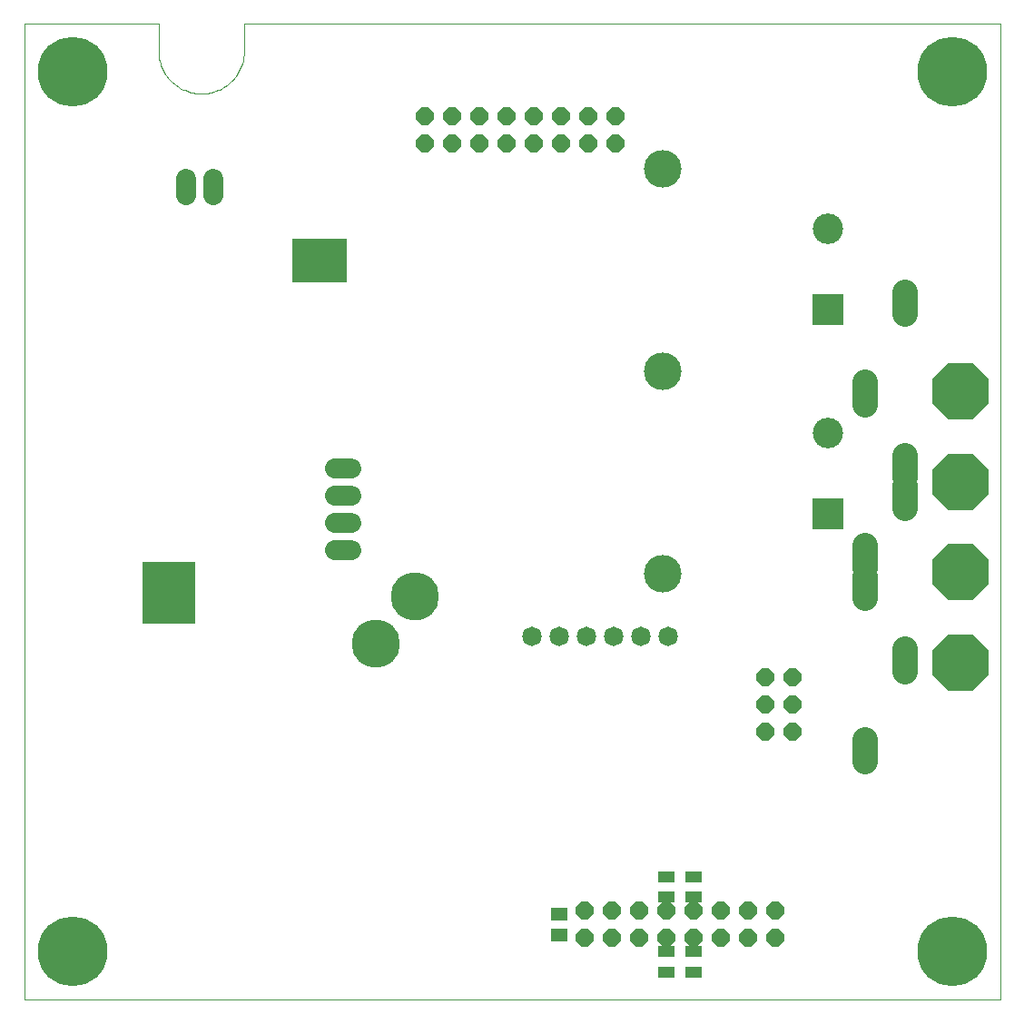
<source format=gbs>
G75*
G70*
%OFA0B0*%
%FSLAX24Y24*%
%IPPOS*%
%LPD*%
%AMOC8*
5,1,8,0,0,1.08239X$1,22.5*
%
%ADD10C,0.0000*%
%ADD11R,0.2000X0.1625*%
%ADD12R,0.1938X0.2250*%
%ADD13C,0.1772*%
%ADD14C,0.1378*%
%ADD15R,0.1118X0.1118*%
%ADD16C,0.1118*%
%ADD17C,0.2559*%
%ADD18OC8,0.2087*%
%ADD19OC8,0.0658*%
%ADD20C,0.0718*%
%ADD21R,0.0630X0.0394*%
%ADD22R,0.0630X0.0472*%
%ADD23C,0.0718*%
%ADD24C,0.0943*%
D10*
X000233Y000233D02*
X000233Y036060D01*
X005154Y036060D01*
X005154Y035076D01*
X005156Y034999D01*
X005162Y034922D01*
X005171Y034845D01*
X005184Y034769D01*
X005201Y034693D01*
X005222Y034619D01*
X005246Y034545D01*
X005274Y034473D01*
X005305Y034403D01*
X005340Y034334D01*
X005378Y034266D01*
X005419Y034201D01*
X005464Y034138D01*
X005512Y034077D01*
X005562Y034018D01*
X005615Y033962D01*
X005671Y033909D01*
X005730Y033859D01*
X005791Y033811D01*
X005854Y033766D01*
X005919Y033725D01*
X005987Y033687D01*
X006056Y033652D01*
X006126Y033621D01*
X006198Y033593D01*
X006272Y033569D01*
X006346Y033548D01*
X006422Y033531D01*
X006498Y033518D01*
X006575Y033509D01*
X006652Y033503D01*
X006729Y033501D01*
X006806Y033503D01*
X006883Y033509D01*
X006960Y033518D01*
X007036Y033531D01*
X007112Y033548D01*
X007186Y033569D01*
X007260Y033593D01*
X007332Y033621D01*
X007402Y033652D01*
X007471Y033687D01*
X007539Y033725D01*
X007604Y033766D01*
X007667Y033811D01*
X007728Y033859D01*
X007787Y033909D01*
X007843Y033962D01*
X007896Y034018D01*
X007946Y034077D01*
X007994Y034138D01*
X008039Y034201D01*
X008080Y034266D01*
X008118Y034334D01*
X008153Y034403D01*
X008184Y034473D01*
X008212Y034545D01*
X008236Y034619D01*
X008257Y034693D01*
X008274Y034769D01*
X008287Y034845D01*
X008296Y034922D01*
X008302Y034999D01*
X008304Y035076D01*
X008304Y036060D01*
X036060Y036060D01*
X036060Y000233D01*
X000233Y000233D01*
X012322Y013305D02*
X012324Y013362D01*
X012330Y013419D01*
X012340Y013475D01*
X012353Y013531D01*
X012371Y013585D01*
X012392Y013638D01*
X012417Y013689D01*
X012445Y013739D01*
X012477Y013786D01*
X012511Y013832D01*
X012549Y013874D01*
X012590Y013914D01*
X012633Y013952D01*
X012679Y013986D01*
X012727Y014016D01*
X012777Y014044D01*
X012829Y014068D01*
X012883Y014088D01*
X012937Y014104D01*
X012993Y014117D01*
X013049Y014126D01*
X013106Y014131D01*
X013163Y014132D01*
X013220Y014129D01*
X013277Y014122D01*
X013333Y014111D01*
X013388Y014097D01*
X013442Y014078D01*
X013495Y014056D01*
X013546Y014031D01*
X013595Y014001D01*
X013642Y013969D01*
X013687Y013933D01*
X013729Y013895D01*
X013768Y013853D01*
X013804Y013809D01*
X013838Y013763D01*
X013868Y013714D01*
X013894Y013664D01*
X013917Y013612D01*
X013936Y013558D01*
X013952Y013503D01*
X013964Y013447D01*
X013972Y013390D01*
X013976Y013334D01*
X013976Y013276D01*
X013972Y013220D01*
X013964Y013163D01*
X013952Y013107D01*
X013936Y013052D01*
X013917Y012998D01*
X013894Y012946D01*
X013868Y012896D01*
X013838Y012847D01*
X013804Y012801D01*
X013768Y012757D01*
X013729Y012715D01*
X013687Y012677D01*
X013642Y012641D01*
X013595Y012609D01*
X013546Y012579D01*
X013495Y012554D01*
X013442Y012532D01*
X013388Y012513D01*
X013333Y012499D01*
X013277Y012488D01*
X013220Y012481D01*
X013163Y012478D01*
X013106Y012479D01*
X013049Y012484D01*
X012993Y012493D01*
X012937Y012506D01*
X012883Y012522D01*
X012829Y012542D01*
X012777Y012566D01*
X012727Y012594D01*
X012679Y012624D01*
X012633Y012658D01*
X012590Y012696D01*
X012549Y012736D01*
X012511Y012778D01*
X012477Y012824D01*
X012445Y012871D01*
X012417Y012921D01*
X012392Y012972D01*
X012371Y013025D01*
X012353Y013079D01*
X012340Y013135D01*
X012330Y013191D01*
X012324Y013248D01*
X012322Y013305D01*
X013728Y015024D02*
X013730Y015081D01*
X013736Y015138D01*
X013746Y015194D01*
X013759Y015250D01*
X013777Y015304D01*
X013798Y015357D01*
X013823Y015408D01*
X013851Y015458D01*
X013883Y015505D01*
X013917Y015551D01*
X013955Y015593D01*
X013996Y015633D01*
X014039Y015671D01*
X014085Y015705D01*
X014133Y015735D01*
X014183Y015763D01*
X014235Y015787D01*
X014289Y015807D01*
X014343Y015823D01*
X014399Y015836D01*
X014455Y015845D01*
X014512Y015850D01*
X014569Y015851D01*
X014626Y015848D01*
X014683Y015841D01*
X014739Y015830D01*
X014794Y015816D01*
X014848Y015797D01*
X014901Y015775D01*
X014952Y015750D01*
X015001Y015720D01*
X015048Y015688D01*
X015093Y015652D01*
X015135Y015614D01*
X015174Y015572D01*
X015210Y015528D01*
X015244Y015482D01*
X015274Y015433D01*
X015300Y015383D01*
X015323Y015331D01*
X015342Y015277D01*
X015358Y015222D01*
X015370Y015166D01*
X015378Y015109D01*
X015382Y015053D01*
X015382Y014995D01*
X015378Y014939D01*
X015370Y014882D01*
X015358Y014826D01*
X015342Y014771D01*
X015323Y014717D01*
X015300Y014665D01*
X015274Y014615D01*
X015244Y014566D01*
X015210Y014520D01*
X015174Y014476D01*
X015135Y014434D01*
X015093Y014396D01*
X015048Y014360D01*
X015001Y014328D01*
X014952Y014298D01*
X014901Y014273D01*
X014848Y014251D01*
X014794Y014232D01*
X014739Y014218D01*
X014683Y014207D01*
X014626Y014200D01*
X014569Y014197D01*
X014512Y014198D01*
X014455Y014203D01*
X014399Y014212D01*
X014343Y014225D01*
X014289Y014241D01*
X014235Y014261D01*
X014183Y014285D01*
X014133Y014313D01*
X014085Y014343D01*
X014039Y014377D01*
X013996Y014415D01*
X013955Y014455D01*
X013917Y014497D01*
X013883Y014543D01*
X013851Y014590D01*
X013823Y014640D01*
X013798Y014691D01*
X013777Y014744D01*
X013759Y014798D01*
X013746Y014854D01*
X013736Y014910D01*
X013730Y014967D01*
X013728Y015024D01*
X023050Y015868D02*
X023052Y015918D01*
X023058Y015968D01*
X023068Y016017D01*
X023082Y016065D01*
X023099Y016112D01*
X023120Y016157D01*
X023145Y016201D01*
X023173Y016242D01*
X023205Y016281D01*
X023239Y016318D01*
X023276Y016352D01*
X023316Y016382D01*
X023358Y016409D01*
X023402Y016433D01*
X023448Y016454D01*
X023495Y016470D01*
X023543Y016483D01*
X023593Y016492D01*
X023642Y016497D01*
X023693Y016498D01*
X023743Y016495D01*
X023792Y016488D01*
X023841Y016477D01*
X023889Y016462D01*
X023935Y016444D01*
X023980Y016422D01*
X024023Y016396D01*
X024064Y016367D01*
X024103Y016335D01*
X024139Y016300D01*
X024171Y016262D01*
X024201Y016222D01*
X024228Y016179D01*
X024251Y016135D01*
X024270Y016089D01*
X024286Y016041D01*
X024298Y015992D01*
X024306Y015943D01*
X024310Y015893D01*
X024310Y015843D01*
X024306Y015793D01*
X024298Y015744D01*
X024286Y015695D01*
X024270Y015647D01*
X024251Y015601D01*
X024228Y015557D01*
X024201Y015514D01*
X024171Y015474D01*
X024139Y015436D01*
X024103Y015401D01*
X024064Y015369D01*
X024023Y015340D01*
X023980Y015314D01*
X023935Y015292D01*
X023889Y015274D01*
X023841Y015259D01*
X023792Y015248D01*
X023743Y015241D01*
X023693Y015238D01*
X023642Y015239D01*
X023593Y015244D01*
X023543Y015253D01*
X023495Y015266D01*
X023448Y015282D01*
X023402Y015303D01*
X023358Y015327D01*
X023316Y015354D01*
X023276Y015384D01*
X023239Y015418D01*
X023205Y015455D01*
X023173Y015494D01*
X023145Y015535D01*
X023120Y015579D01*
X023099Y015624D01*
X023082Y015671D01*
X023068Y015719D01*
X023058Y015768D01*
X023052Y015818D01*
X023050Y015868D01*
X023050Y023305D02*
X023052Y023355D01*
X023058Y023405D01*
X023068Y023454D01*
X023082Y023502D01*
X023099Y023549D01*
X023120Y023594D01*
X023145Y023638D01*
X023173Y023679D01*
X023205Y023718D01*
X023239Y023755D01*
X023276Y023789D01*
X023316Y023819D01*
X023358Y023846D01*
X023402Y023870D01*
X023448Y023891D01*
X023495Y023907D01*
X023543Y023920D01*
X023593Y023929D01*
X023642Y023934D01*
X023693Y023935D01*
X023743Y023932D01*
X023792Y023925D01*
X023841Y023914D01*
X023889Y023899D01*
X023935Y023881D01*
X023980Y023859D01*
X024023Y023833D01*
X024064Y023804D01*
X024103Y023772D01*
X024139Y023737D01*
X024171Y023699D01*
X024201Y023659D01*
X024228Y023616D01*
X024251Y023572D01*
X024270Y023526D01*
X024286Y023478D01*
X024298Y023429D01*
X024306Y023380D01*
X024310Y023330D01*
X024310Y023280D01*
X024306Y023230D01*
X024298Y023181D01*
X024286Y023132D01*
X024270Y023084D01*
X024251Y023038D01*
X024228Y022994D01*
X024201Y022951D01*
X024171Y022911D01*
X024139Y022873D01*
X024103Y022838D01*
X024064Y022806D01*
X024023Y022777D01*
X023980Y022751D01*
X023935Y022729D01*
X023889Y022711D01*
X023841Y022696D01*
X023792Y022685D01*
X023743Y022678D01*
X023693Y022675D01*
X023642Y022676D01*
X023593Y022681D01*
X023543Y022690D01*
X023495Y022703D01*
X023448Y022719D01*
X023402Y022740D01*
X023358Y022764D01*
X023316Y022791D01*
X023276Y022821D01*
X023239Y022855D01*
X023205Y022892D01*
X023173Y022931D01*
X023145Y022972D01*
X023120Y023016D01*
X023099Y023061D01*
X023082Y023108D01*
X023068Y023156D01*
X023058Y023205D01*
X023052Y023255D01*
X023050Y023305D01*
X023050Y030742D02*
X023052Y030792D01*
X023058Y030842D01*
X023068Y030891D01*
X023082Y030939D01*
X023099Y030986D01*
X023120Y031031D01*
X023145Y031075D01*
X023173Y031116D01*
X023205Y031155D01*
X023239Y031192D01*
X023276Y031226D01*
X023316Y031256D01*
X023358Y031283D01*
X023402Y031307D01*
X023448Y031328D01*
X023495Y031344D01*
X023543Y031357D01*
X023593Y031366D01*
X023642Y031371D01*
X023693Y031372D01*
X023743Y031369D01*
X023792Y031362D01*
X023841Y031351D01*
X023889Y031336D01*
X023935Y031318D01*
X023980Y031296D01*
X024023Y031270D01*
X024064Y031241D01*
X024103Y031209D01*
X024139Y031174D01*
X024171Y031136D01*
X024201Y031096D01*
X024228Y031053D01*
X024251Y031009D01*
X024270Y030963D01*
X024286Y030915D01*
X024298Y030866D01*
X024306Y030817D01*
X024310Y030767D01*
X024310Y030717D01*
X024306Y030667D01*
X024298Y030618D01*
X024286Y030569D01*
X024270Y030521D01*
X024251Y030475D01*
X024228Y030431D01*
X024201Y030388D01*
X024171Y030348D01*
X024139Y030310D01*
X024103Y030275D01*
X024064Y030243D01*
X024023Y030214D01*
X023980Y030188D01*
X023935Y030166D01*
X023889Y030148D01*
X023841Y030133D01*
X023792Y030122D01*
X023743Y030115D01*
X023693Y030112D01*
X023642Y030113D01*
X023593Y030118D01*
X023543Y030127D01*
X023495Y030140D01*
X023448Y030156D01*
X023402Y030177D01*
X023358Y030201D01*
X023316Y030228D01*
X023276Y030258D01*
X023239Y030292D01*
X023205Y030329D01*
X023173Y030368D01*
X023145Y030409D01*
X023120Y030453D01*
X023099Y030498D01*
X023082Y030545D01*
X023068Y030593D01*
X023058Y030642D01*
X023052Y030692D01*
X023050Y030742D01*
D11*
X011055Y027367D03*
D12*
X005524Y015180D03*
D13*
X013149Y013305D03*
X014555Y015024D03*
D14*
X023680Y015868D03*
X023680Y023305D03*
X023680Y030742D03*
D15*
X029743Y025578D03*
X029742Y018079D03*
D16*
X029742Y021031D03*
X029743Y028531D03*
D17*
X034288Y034288D03*
X002005Y034288D03*
X002005Y002005D03*
X034288Y002005D03*
D18*
X034618Y012617D03*
X034618Y015930D03*
X034618Y019242D03*
X034618Y022555D03*
D19*
X028430Y012055D03*
X027430Y012055D03*
X027430Y011055D03*
X028430Y011055D03*
X028430Y010055D03*
X027430Y010055D03*
X027805Y003492D03*
X027805Y002492D03*
X026805Y002492D03*
X025805Y002492D03*
X024805Y002492D03*
X023805Y002492D03*
X022805Y002492D03*
X021805Y002492D03*
X020805Y002492D03*
X020805Y003492D03*
X021805Y003492D03*
X022805Y003492D03*
X023805Y003492D03*
X024805Y003492D03*
X025805Y003492D03*
X026805Y003492D03*
X021930Y031680D03*
X021930Y032680D03*
X020930Y032680D03*
X019930Y032680D03*
X018930Y032680D03*
X017930Y032680D03*
X016930Y032680D03*
X015930Y032680D03*
X014930Y032680D03*
X014930Y031680D03*
X015930Y031680D03*
X016930Y031680D03*
X017930Y031680D03*
X018930Y031680D03*
X019930Y031680D03*
X020930Y031680D03*
D20*
X012230Y019742D02*
X011630Y019742D01*
X011630Y018742D02*
X012230Y018742D01*
X012230Y017742D02*
X011630Y017742D01*
X011630Y016742D02*
X012230Y016742D01*
X007180Y029755D02*
X007180Y030355D01*
X006180Y030355D02*
X006180Y029755D01*
D21*
X023805Y004741D03*
X023805Y003993D03*
X024805Y003993D03*
X024805Y004741D03*
X024805Y001991D03*
X024805Y001243D03*
X023805Y001243D03*
X023805Y001991D03*
D22*
X019868Y002618D03*
X019868Y003366D03*
D23*
X019868Y013555D03*
X018868Y013555D03*
X020868Y013555D03*
X021868Y013555D03*
X022868Y013555D03*
X023868Y013555D03*
D24*
X031118Y014955D02*
X031118Y015780D01*
X031118Y016080D02*
X031118Y016905D01*
X032555Y018267D02*
X032555Y019092D01*
X032555Y019392D02*
X032555Y020217D01*
X031118Y022080D02*
X031118Y022905D01*
X032555Y025392D02*
X032555Y026217D01*
X032555Y013092D02*
X032555Y012267D01*
X031118Y009780D02*
X031118Y008955D01*
M02*

</source>
